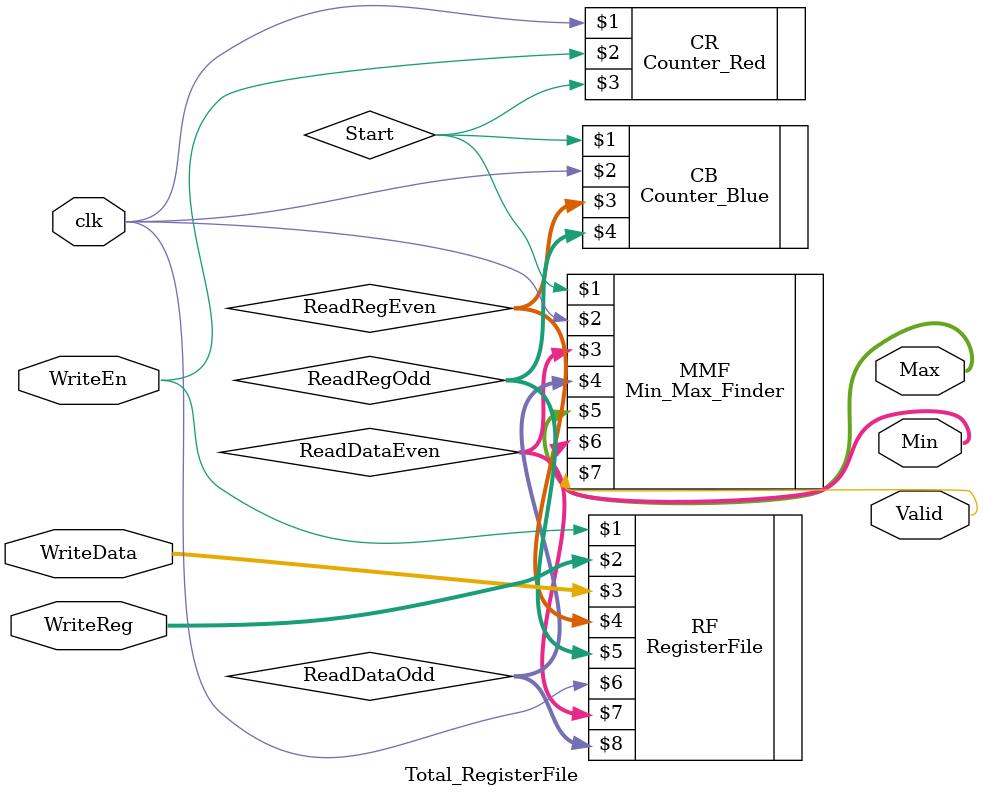
<source format=v>
`timescale 1ns / 1ps


module Total_RegisterFile(
    clk, WriteEn, WriteReg, WriteData, 
    Max, Min, Valid
);

input clk; //1bit input
input WriteEn; //1bit input
input [2:0] WriteReg; //3bitÀÇ µ¥ÀÌÅÍ ÀúÀå ÁÖ¼Ò
input [15:0] WriteData; //16bitÀÇ ÀúÀåÇÒ µ¥ÀÌÅÍ
output [15:0] Max, Min; //readÇÑ °ªÀÇ ÃÖ´ñ°ª, ÃÖ¼Ú°ª
output Valid; //¸ðµç ¼ýÀÚ¿¡ ´ëÇØ ºñ±³°¡ ³¡³²À» ÀÇ¹Ì

//¸ðµâÀ» ¿¬°áÇÏ´Â µ¥ »ç¿ëµÇ´Â wire
wire [2:0] ReadRegEven, ReadRegOdd;
wire [15:0] ReadDataEven, ReadDataOdd;
wire Start;

//°¢ ¸ðµâ¿¡ °ªÀ» Àü´ÞÇÏ¿© 4°³ÀÇ ¸ðµâÀ» ¿¬°á
Counter_Red CR(clk, WriteEn, Start);
Counter_Blue CB(Start, clk, ReadRegEven, ReadRegOdd);
RegisterFile RF(WriteEn, WriteReg, WriteData, ReadRegEven, ReadRegOdd, clk, ReadDataEven, ReadDataOdd);
Min_Max_Finder MMF(Start, clk, ReadDataEven, ReadDataOdd, Max, Min, Valid);

endmodule

</source>
